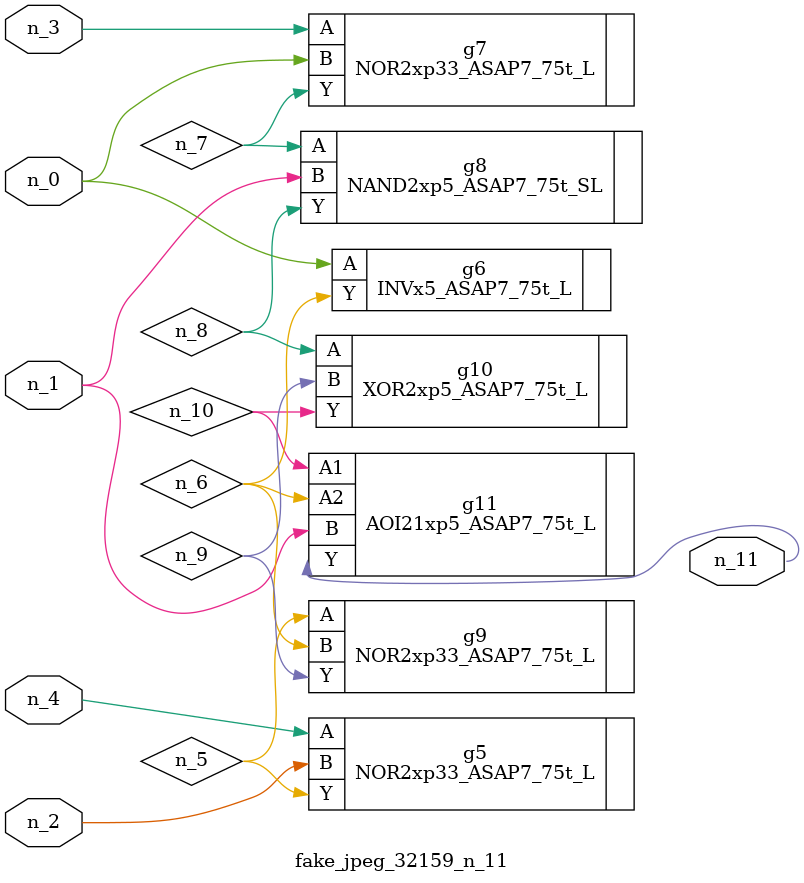
<source format=v>
module fake_jpeg_32159_n_11 (n_3, n_2, n_1, n_0, n_4, n_11);

input n_3;
input n_2;
input n_1;
input n_0;
input n_4;

output n_11;

wire n_10;
wire n_8;
wire n_9;
wire n_6;
wire n_5;
wire n_7;

NOR2xp33_ASAP7_75t_L g5 ( 
.A(n_4),
.B(n_2),
.Y(n_5)
);

INVx5_ASAP7_75t_L g6 ( 
.A(n_0),
.Y(n_6)
);

NOR2xp33_ASAP7_75t_L g7 ( 
.A(n_3),
.B(n_0),
.Y(n_7)
);

NAND2xp5_ASAP7_75t_SL g8 ( 
.A(n_7),
.B(n_1),
.Y(n_8)
);

XOR2xp5_ASAP7_75t_L g10 ( 
.A(n_8),
.B(n_9),
.Y(n_10)
);

NOR2xp33_ASAP7_75t_L g9 ( 
.A(n_5),
.B(n_6),
.Y(n_9)
);

AOI21xp5_ASAP7_75t_L g11 ( 
.A1(n_10),
.A2(n_6),
.B(n_1),
.Y(n_11)
);


endmodule
</source>
